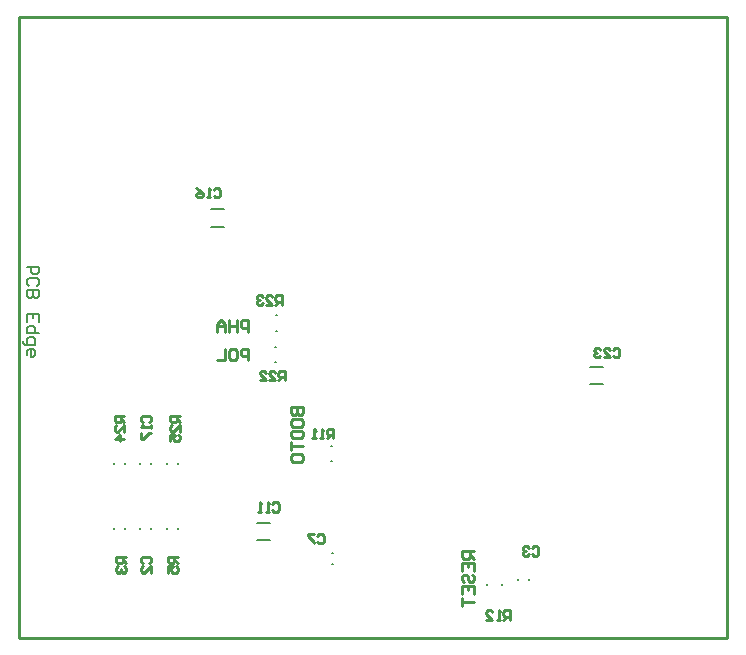
<source format=gbo>
G04*
G04 #@! TF.GenerationSoftware,Altium Limited,Altium Designer,19.0.14 (431)*
G04*
G04 Layer_Color=32896*
%FSLAX43Y43*%
%MOMM*%
G71*
G01*
G75*
%ADD11C,0.100*%
%ADD13C,0.200*%
%ADD16C,0.254*%
D11*
X-53Y12229D02*
Y24229D01*
D13*
X21701Y26020D02*
X21801D01*
X21701Y27320D02*
X21801D01*
X21667Y23353D02*
X21767D01*
X21667Y24653D02*
X21767D01*
X48345Y21475D02*
X49445D01*
X48345Y22975D02*
X49445D01*
X40909Y4488D02*
Y4588D01*
X39609Y4488D02*
Y4588D01*
X42222Y4903D02*
Y5003D01*
X43122Y4903D02*
Y5003D01*
X26448Y7181D02*
X26548D01*
X26448Y6281D02*
X26548D01*
X20151Y9767D02*
X21251D01*
X20151Y8267D02*
X21251D01*
X12504Y9199D02*
Y9299D01*
X13404Y9199D02*
Y9299D01*
X8959Y9210D02*
Y9310D01*
X8059Y9210D02*
Y9310D01*
X10218Y9199D02*
Y9299D01*
X11118Y9199D02*
Y9299D01*
X8059Y14682D02*
Y14782D01*
X8959Y14682D02*
Y14782D01*
X10218Y14682D02*
Y14782D01*
X11118Y14682D02*
Y14782D01*
X13404Y14682D02*
Y14782D01*
X12504Y14682D02*
Y14782D01*
X16214Y36310D02*
X17314D01*
X16214Y34810D02*
X17314D01*
X26366Y16271D02*
X26466D01*
X26366Y14971D02*
X26466D01*
X635Y31437D02*
X1635D01*
Y30937D01*
X1468Y30771D01*
X1135D01*
X968Y30937D01*
Y31437D01*
X1468Y29771D02*
X1635Y29938D01*
Y30271D01*
X1468Y30437D01*
X802D01*
X635Y30271D01*
Y29938D01*
X802Y29771D01*
X1635Y29438D02*
X635D01*
Y28938D01*
X802Y28771D01*
X968D01*
X1135Y28938D01*
Y29438D01*
Y28938D01*
X1301Y28771D01*
X1468D01*
X1635Y28938D01*
Y29438D01*
Y26772D02*
Y27438D01*
X635D01*
Y26772D01*
X1135Y27438D02*
Y27105D01*
X1635Y25772D02*
X635D01*
Y26272D01*
X802Y26439D01*
X1135D01*
X1301Y26272D01*
Y25772D01*
X302Y25106D02*
Y24939D01*
X468Y24773D01*
X1301D01*
Y25272D01*
X1135Y25439D01*
X802D01*
X635Y25272D01*
Y24773D01*
Y23940D02*
Y24273D01*
X802Y24439D01*
X1135D01*
X1301Y24273D01*
Y23940D01*
X1135Y23773D01*
X968D01*
Y24439D01*
D16*
X19397Y23495D02*
Y24495D01*
X18897D01*
X18731Y24328D01*
Y23995D01*
X18897Y23828D01*
X19397D01*
X17897Y24495D02*
X18231D01*
X18397Y24328D01*
Y23662D01*
X18231Y23495D01*
X17897D01*
X17731Y23662D01*
Y24328D01*
X17897Y24495D01*
X17398D02*
Y23495D01*
X16731D01*
X38481Y7366D02*
X37481D01*
Y6866D01*
X37648Y6700D01*
X37981D01*
X38148Y6866D01*
Y7366D01*
Y7033D02*
X38481Y6700D01*
X37481Y5700D02*
Y6366D01*
X38481D01*
Y5700D01*
X37981Y6366D02*
Y6033D01*
X37648Y4700D02*
X37481Y4867D01*
Y5200D01*
X37648Y5367D01*
X37815D01*
X37981Y5200D01*
Y4867D01*
X38148Y4700D01*
X38314D01*
X38481Y4867D01*
Y5200D01*
X38314Y5367D01*
X37481Y3701D02*
Y4367D01*
X38481D01*
Y3701D01*
X37981Y4367D02*
Y4034D01*
X37481Y3367D02*
Y2701D01*
Y3034D01*
X38481D01*
X19397Y25908D02*
Y26908D01*
X18897D01*
X18731Y26741D01*
Y26408D01*
X18897Y26241D01*
X19397D01*
X18397Y26908D02*
Y25908D01*
Y26408D01*
X17731D01*
Y26908D01*
Y25908D01*
X17398D02*
Y26574D01*
X17064Y26908D01*
X16731Y26574D01*
Y25908D01*
Y26408D01*
X17398D01*
X23003Y19558D02*
X24003D01*
Y19058D01*
X23836Y18892D01*
X23670D01*
X23503Y19058D01*
Y19558D01*
Y19058D01*
X23337Y18892D01*
X23170D01*
X23003Y19058D01*
Y19558D01*
Y18058D02*
Y18392D01*
X23170Y18558D01*
X23836D01*
X24003Y18392D01*
Y18058D01*
X23836Y17892D01*
X23170D01*
X23003Y18058D01*
Y17059D02*
Y17392D01*
X23170Y17559D01*
X23836D01*
X24003Y17392D01*
Y17059D01*
X23836Y16892D01*
X23170D01*
X23003Y17059D01*
Y16559D02*
Y15893D01*
Y16226D01*
X24003D01*
X23170Y15559D02*
X23003Y15393D01*
Y15059D01*
X23170Y14893D01*
X23836D01*
X24003Y15059D01*
Y15393D01*
X23836Y15559D01*
X23170D01*
X22225Y28194D02*
Y28994D01*
X21825D01*
X21692Y28860D01*
Y28594D01*
X21825Y28461D01*
X22225D01*
X21958D02*
X21692Y28194D01*
X20892D02*
X21425D01*
X20892Y28727D01*
Y28860D01*
X21025Y28994D01*
X21292D01*
X21425Y28860D01*
X20626D02*
X20492Y28994D01*
X20226D01*
X20092Y28860D01*
Y28727D01*
X20226Y28594D01*
X20359D01*
X20226D01*
X20092Y28461D01*
Y28327D01*
X20226Y28194D01*
X20492D01*
X20626Y28327D01*
X22479Y21794D02*
Y22593D01*
X22079D01*
X21946Y22460D01*
Y22193D01*
X22079Y22060D01*
X22479D01*
X22212D02*
X21946Y21794D01*
X21146D02*
X21679D01*
X21146Y22327D01*
Y22460D01*
X21279Y22593D01*
X21546D01*
X21679Y22460D01*
X20346Y21794D02*
X20880D01*
X20346Y22327D01*
Y22460D01*
X20480Y22593D01*
X20746D01*
X20880Y22460D01*
X50267Y24415D02*
X50400Y24549D01*
X50667D01*
X50800Y24415D01*
Y23882D01*
X50667Y23749D01*
X50400D01*
X50267Y23882D01*
X49467Y23749D02*
X50000D01*
X49467Y24282D01*
Y24415D01*
X49600Y24549D01*
X49867D01*
X50000Y24415D01*
X49201D02*
X49067Y24549D01*
X48801D01*
X48667Y24415D01*
Y24282D01*
X48801Y24149D01*
X48934D01*
X48801D01*
X48667Y24016D01*
Y23882D01*
X48801Y23749D01*
X49067D01*
X49201Y23882D01*
X41529Y1524D02*
Y2324D01*
X41129D01*
X40996Y2190D01*
Y1924D01*
X41129Y1791D01*
X41529D01*
X41262D02*
X40996Y1524D01*
X40729D02*
X40463D01*
X40596D01*
Y2324D01*
X40729Y2190D01*
X39530Y1524D02*
X40063D01*
X39530Y2057D01*
Y2190D01*
X39663Y2324D01*
X39930D01*
X40063Y2190D01*
X43409Y7626D02*
X43542Y7759D01*
X43809D01*
X43942Y7626D01*
Y7093D01*
X43809Y6960D01*
X43542D01*
X43409Y7093D01*
X43142Y7626D02*
X43009Y7759D01*
X42742D01*
X42609Y7626D01*
Y7493D01*
X42742Y7359D01*
X42876D01*
X42742D01*
X42609Y7226D01*
Y7093D01*
X42742Y6960D01*
X43009D01*
X43142Y7093D01*
X25248Y8667D02*
X25381Y8801D01*
X25648D01*
X25781Y8667D01*
Y8134D01*
X25648Y8001D01*
X25381D01*
X25248Y8134D01*
X24981Y8801D02*
X24448D01*
Y8667D01*
X24981Y8134D01*
Y8001D01*
X21438Y11334D02*
X21571Y11468D01*
X21838D01*
X21971Y11334D01*
Y10801D01*
X21838Y10668D01*
X21571D01*
X21438Y10801D01*
X21171Y10668D02*
X20905D01*
X21038D01*
Y11468D01*
X21171Y11334D01*
X20505Y10668D02*
X20238D01*
X20372D01*
Y11468D01*
X20505Y11334D01*
X13404Y6858D02*
X12604D01*
Y6458D01*
X12738Y6325D01*
X13004D01*
X13137Y6458D01*
Y6858D01*
Y6591D02*
X13404Y6325D01*
X12604Y5525D02*
Y6058D01*
X13004D01*
X12871Y5792D01*
Y5658D01*
X13004Y5525D01*
X13271D01*
X13404Y5658D01*
Y5925D01*
X13271Y6058D01*
X9017Y6858D02*
X8217D01*
Y6458D01*
X8351Y6325D01*
X8617D01*
X8750Y6458D01*
Y6858D01*
Y6591D02*
X9017Y6325D01*
X8351Y6058D02*
X8217Y5925D01*
Y5658D01*
X8351Y5525D01*
X8484D01*
X8617Y5658D01*
Y5792D01*
Y5658D01*
X8750Y5525D01*
X8884D01*
X9017Y5658D01*
Y5925D01*
X8884Y6058D01*
X10452Y6325D02*
X10318Y6458D01*
Y6725D01*
X10452Y6858D01*
X10985D01*
X11118Y6725D01*
Y6458D01*
X10985Y6325D01*
X11118Y5525D02*
Y6058D01*
X10585Y5525D01*
X10452D01*
X10318Y5658D01*
Y5925D01*
X10452Y6058D01*
X8890Y18798D02*
X8090D01*
Y18398D01*
X8224Y18265D01*
X8490D01*
X8623Y18398D01*
Y18798D01*
Y18532D02*
X8890Y18265D01*
Y17465D02*
Y17999D01*
X8357Y17465D01*
X8224D01*
X8090Y17599D01*
Y17865D01*
X8224Y17999D01*
X8890Y16799D02*
X8090D01*
X8490Y17199D01*
Y16666D01*
X10452Y18265D02*
X10318Y18398D01*
Y18665D01*
X10452Y18798D01*
X10985D01*
X11118Y18665D01*
Y18398D01*
X10985Y18265D01*
X11118Y17999D02*
Y17732D01*
Y17865D01*
X10318D01*
X10452Y17999D01*
X10318Y17332D02*
Y16799D01*
X10452D01*
X10985Y17332D01*
X11118D01*
X13589Y18798D02*
X12789D01*
Y18398D01*
X12923Y18265D01*
X13189D01*
X13322Y18398D01*
Y18798D01*
Y18532D02*
X13589Y18265D01*
Y17465D02*
Y17999D01*
X13056Y17465D01*
X12923D01*
X12789Y17599D01*
Y17865D01*
X12923Y17999D01*
X12789Y16666D02*
Y17199D01*
X13189D01*
X13056Y16932D01*
Y16799D01*
X13189Y16666D01*
X13456D01*
X13589Y16799D01*
Y17066D01*
X13456Y17199D01*
X16455Y37954D02*
X16588Y38087D01*
X16855D01*
X16988Y37954D01*
Y37420D01*
X16855Y37287D01*
X16588D01*
X16455Y37420D01*
X16188Y37287D02*
X15922D01*
X16055D01*
Y38087D01*
X16188Y37954D01*
X14989Y38087D02*
X15255Y37954D01*
X15522Y37687D01*
Y37420D01*
X15389Y37287D01*
X15122D01*
X14989Y37420D01*
Y37554D01*
X15122Y37687D01*
X15522D01*
X26548Y16891D02*
Y17691D01*
X26148D01*
X26015Y17557D01*
Y17291D01*
X26148Y17158D01*
X26548D01*
X26281D02*
X26015Y16891D01*
X25748D02*
X25482D01*
X25615D01*
Y17691D01*
X25748Y17557D01*
X25082Y16891D02*
X24815D01*
X24948D01*
Y17691D01*
X25082Y17557D01*
X0Y0D02*
Y52578D01*
Y0D02*
X59944D01*
Y52578D01*
X0D02*
X59944D01*
M02*

</source>
